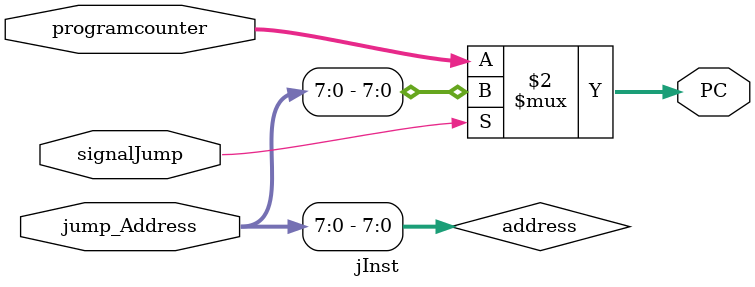
<source format=v>
module program_counter (PC,extend_immt_Value, Branch,zero, signalJump, jump_Address,clk );	
	
	input [31:0] extend_immt_Value;
	input Branch, zero, signalJump;
	input [25:0] jump_Address;
	reg [7:0] programcounter;
	input clk;
	output [7:0] PC ;	  	
	wire [7:0] tempPC [3:0];
	
	//Beq 
	branchInst forBranch(tempPC[0], Branch, zero, programcounter, extend_immt_Value);
   
	//jump 
	jInst jumpInstruction(tempPC[1], signalJump, programcounter, jump_Address);
	
	assign tempPC[2] = PC + 8'b00000001; // instrementing PC 
	
	assign PC = programcounter; // assigning PC to programcounter 
	
	always @(posedge clk) begin
		
		programcounter <= tempPC[2]; // incrementing PC assign to programcounter
		
		if(signalJump == 1'b1) // if instruction is jump 
		begin
			programcounter <= tempPC[1];
		end
		
		if(Branch == 1'b1 && zero == 1'b1) // if instruction is branch
		begin
			programcounter <= tempPC[0]; 
		end										
	end
		
	
	
endmodule

module branchInst (PC, Branch, zero, programcounter, extend_immt_Value); 
	input Branch, zero;
	input [7:0] programcounter;
	input [31:0] extend_immt_Value;
	output [7:0] PC;
	
	wire branchAndZero;
	wire [31:0] tempPC,extendPC;
	wire carryOut;
	wire overflow;
	and(branchAndZero, Branch, zero); // controling alu result and branch signal
	
	sign_extend8to32 se8to32(extendPC, programcounter); // extending program counter to 32 bit 
	add_32b add32(tempPC, overflow, carryOut, extendPC, extend_immt_Value , 1'b1); // adding PC + branch address + 1(as carry bit) 
	
	assign PC = (branchAndZero == 1'b0) ? {programcounter}: // branch PC if branchAndZero true if not assigns PC previous value(programcounter) 
				   (branchAndZero == 1'b1) ? {tempPC[7:0]} : {programcounter};
endmodule

// jump 
module jInst (PC, signalJump, programcounter, jump_Address);

	input [7:0] programcounter;
	input signalJump;
	input [25:0] jump_Address;
	output [7:0] PC;
	wire [7:0] address;
	
	assign address = jump_Address[7:0]; // assigning last 8 bit to address 
	assign PC = (signalJump==0) ? {programcounter}:{address}; // if instruction is jump retuns jump address

endmodule


</source>
